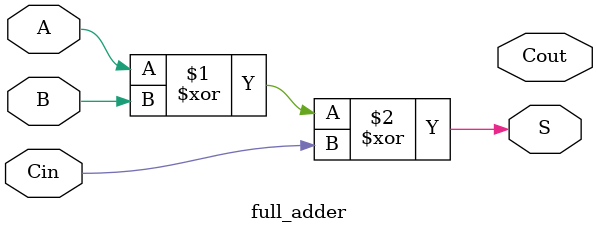
<source format=v>
`timescale 1ns / 1ps


module full_adder(
   input A,  
    input B,  
    input Cin,  
    output S,  
    output Cout
    );
    assign S = A ^ B ^ Cin;   
assign Carry = (A & B) | (Cin & (A ^ B));

endmodule

</source>
